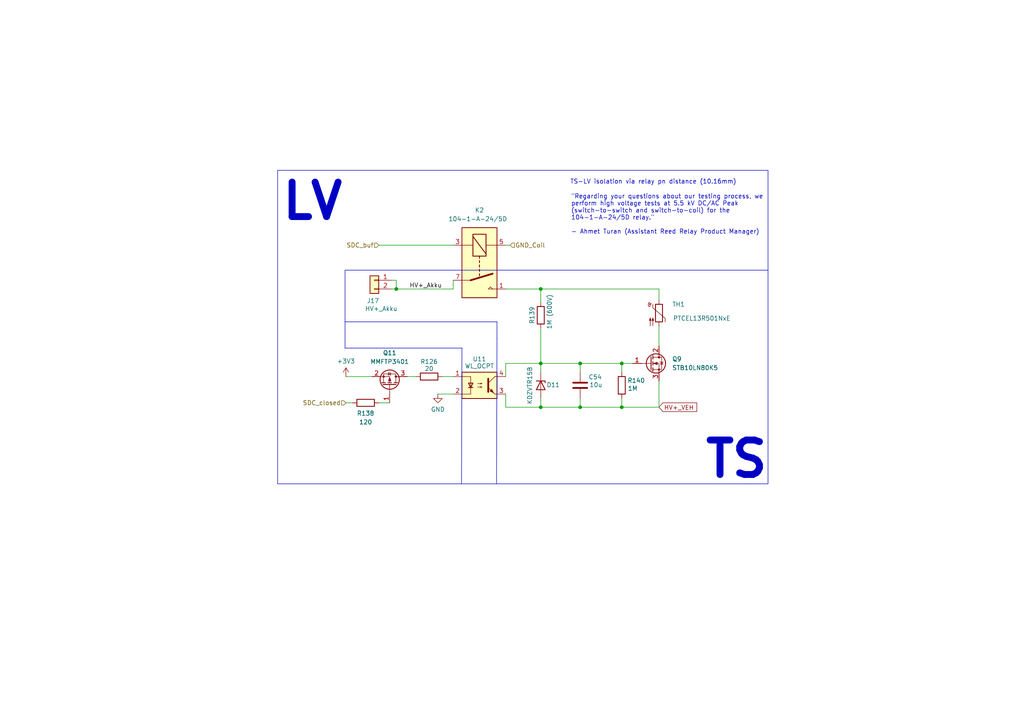
<source format=kicad_sch>
(kicad_sch
	(version 20231120)
	(generator "eeschema")
	(generator_version "8.0")
	(uuid "13e073e0-08f3-43ce-a5c5-b3a3660479c2")
	(paper "A4")
	(lib_symbols
		(symbol "Connector_Generic:Conn_01x02"
			(pin_names
				(offset 1.016) hide)
			(exclude_from_sim no)
			(in_bom yes)
			(on_board yes)
			(property "Reference" "J"
				(at 0 2.54 0)
				(effects
					(font
						(size 1.27 1.27)
					)
				)
			)
			(property "Value" "Conn_01x02"
				(at 0 -5.08 0)
				(effects
					(font
						(size 1.27 1.27)
					)
				)
			)
			(property "Footprint" ""
				(at 0 0 0)
				(effects
					(font
						(size 1.27 1.27)
					)
					(hide yes)
				)
			)
			(property "Datasheet" "~"
				(at 0 0 0)
				(effects
					(font
						(size 1.27 1.27)
					)
					(hide yes)
				)
			)
			(property "Description" "Generic connector, single row, 01x02, script generated (kicad-library-utils/schlib/autogen/connector/)"
				(at 0 0 0)
				(effects
					(font
						(size 1.27 1.27)
					)
					(hide yes)
				)
			)
			(property "ki_keywords" "connector"
				(at 0 0 0)
				(effects
					(font
						(size 1.27 1.27)
					)
					(hide yes)
				)
			)
			(property "ki_fp_filters" "Connector*:*_1x??_*"
				(at 0 0 0)
				(effects
					(font
						(size 1.27 1.27)
					)
					(hide yes)
				)
			)
			(symbol "Conn_01x02_1_1"
				(rectangle
					(start -1.27 -2.413)
					(end 0 -2.667)
					(stroke
						(width 0.1524)
						(type default)
					)
					(fill
						(type none)
					)
				)
				(rectangle
					(start -1.27 0.127)
					(end 0 -0.127)
					(stroke
						(width 0.1524)
						(type default)
					)
					(fill
						(type none)
					)
				)
				(rectangle
					(start -1.27 1.27)
					(end 1.27 -3.81)
					(stroke
						(width 0.254)
						(type default)
					)
					(fill
						(type background)
					)
				)
				(pin passive line
					(at -5.08 0 0)
					(length 3.81)
					(name "Pin_1"
						(effects
							(font
								(size 1.27 1.27)
							)
						)
					)
					(number "1"
						(effects
							(font
								(size 1.27 1.27)
							)
						)
					)
				)
				(pin passive line
					(at -5.08 -2.54 0)
					(length 3.81)
					(name "Pin_2"
						(effects
							(font
								(size 1.27 1.27)
							)
						)
					)
					(number "2"
						(effects
							(font
								(size 1.27 1.27)
							)
						)
					)
				)
			)
		)
		(symbol "Device:C"
			(pin_numbers hide)
			(pin_names
				(offset 0.254)
			)
			(exclude_from_sim no)
			(in_bom yes)
			(on_board yes)
			(property "Reference" "C"
				(at 0.635 2.54 0)
				(effects
					(font
						(size 1.27 1.27)
					)
					(justify left)
				)
			)
			(property "Value" "C"
				(at 0.635 -2.54 0)
				(effects
					(font
						(size 1.27 1.27)
					)
					(justify left)
				)
			)
			(property "Footprint" ""
				(at 0.9652 -3.81 0)
				(effects
					(font
						(size 1.27 1.27)
					)
					(hide yes)
				)
			)
			(property "Datasheet" "~"
				(at 0 0 0)
				(effects
					(font
						(size 1.27 1.27)
					)
					(hide yes)
				)
			)
			(property "Description" "Unpolarized capacitor"
				(at 0 0 0)
				(effects
					(font
						(size 1.27 1.27)
					)
					(hide yes)
				)
			)
			(property "ki_keywords" "cap capacitor"
				(at 0 0 0)
				(effects
					(font
						(size 1.27 1.27)
					)
					(hide yes)
				)
			)
			(property "ki_fp_filters" "C_*"
				(at 0 0 0)
				(effects
					(font
						(size 1.27 1.27)
					)
					(hide yes)
				)
			)
			(symbol "C_0_1"
				(polyline
					(pts
						(xy -2.032 -0.762) (xy 2.032 -0.762)
					)
					(stroke
						(width 0.508)
						(type default)
					)
					(fill
						(type none)
					)
				)
				(polyline
					(pts
						(xy -2.032 0.762) (xy 2.032 0.762)
					)
					(stroke
						(width 0.508)
						(type default)
					)
					(fill
						(type none)
					)
				)
			)
			(symbol "C_1_1"
				(pin passive line
					(at 0 3.81 270)
					(length 2.794)
					(name "~"
						(effects
							(font
								(size 1.27 1.27)
							)
						)
					)
					(number "1"
						(effects
							(font
								(size 1.27 1.27)
							)
						)
					)
				)
				(pin passive line
					(at 0 -3.81 90)
					(length 2.794)
					(name "~"
						(effects
							(font
								(size 1.27 1.27)
							)
						)
					)
					(number "2"
						(effects
							(font
								(size 1.27 1.27)
							)
						)
					)
				)
			)
		)
		(symbol "Device:D_Zener"
			(pin_numbers hide)
			(pin_names
				(offset 1.016) hide)
			(exclude_from_sim no)
			(in_bom yes)
			(on_board yes)
			(property "Reference" "D"
				(at 0 2.54 0)
				(effects
					(font
						(size 1.27 1.27)
					)
				)
			)
			(property "Value" "D_Zener"
				(at 0 -2.54 0)
				(effects
					(font
						(size 1.27 1.27)
					)
				)
			)
			(property "Footprint" ""
				(at 0 0 0)
				(effects
					(font
						(size 1.27 1.27)
					)
					(hide yes)
				)
			)
			(property "Datasheet" "~"
				(at 0 0 0)
				(effects
					(font
						(size 1.27 1.27)
					)
					(hide yes)
				)
			)
			(property "Description" "Zener diode"
				(at 0 0 0)
				(effects
					(font
						(size 1.27 1.27)
					)
					(hide yes)
				)
			)
			(property "ki_keywords" "diode"
				(at 0 0 0)
				(effects
					(font
						(size 1.27 1.27)
					)
					(hide yes)
				)
			)
			(property "ki_fp_filters" "TO-???* *_Diode_* *SingleDiode* D_*"
				(at 0 0 0)
				(effects
					(font
						(size 1.27 1.27)
					)
					(hide yes)
				)
			)
			(symbol "D_Zener_0_1"
				(polyline
					(pts
						(xy 1.27 0) (xy -1.27 0)
					)
					(stroke
						(width 0)
						(type default)
					)
					(fill
						(type none)
					)
				)
				(polyline
					(pts
						(xy -1.27 -1.27) (xy -1.27 1.27) (xy -0.762 1.27)
					)
					(stroke
						(width 0.254)
						(type default)
					)
					(fill
						(type none)
					)
				)
				(polyline
					(pts
						(xy 1.27 -1.27) (xy 1.27 1.27) (xy -1.27 0) (xy 1.27 -1.27)
					)
					(stroke
						(width 0.254)
						(type default)
					)
					(fill
						(type none)
					)
				)
			)
			(symbol "D_Zener_1_1"
				(pin passive line
					(at -3.81 0 0)
					(length 2.54)
					(name "K"
						(effects
							(font
								(size 1.27 1.27)
							)
						)
					)
					(number "1"
						(effects
							(font
								(size 1.27 1.27)
							)
						)
					)
				)
				(pin passive line
					(at 3.81 0 180)
					(length 2.54)
					(name "A"
						(effects
							(font
								(size 1.27 1.27)
							)
						)
					)
					(number "2"
						(effects
							(font
								(size 1.27 1.27)
							)
						)
					)
				)
			)
		)
		(symbol "Device:Q_PMOS_GSD"
			(pin_names
				(offset 0) hide)
			(exclude_from_sim no)
			(in_bom yes)
			(on_board yes)
			(property "Reference" "Q"
				(at 5.08 1.27 0)
				(effects
					(font
						(size 1.27 1.27)
					)
					(justify left)
				)
			)
			(property "Value" "Q_PMOS_GSD"
				(at 5.08 -1.27 0)
				(effects
					(font
						(size 1.27 1.27)
					)
					(justify left)
				)
			)
			(property "Footprint" ""
				(at 5.08 2.54 0)
				(effects
					(font
						(size 1.27 1.27)
					)
					(hide yes)
				)
			)
			(property "Datasheet" "~"
				(at 0 0 0)
				(effects
					(font
						(size 1.27 1.27)
					)
					(hide yes)
				)
			)
			(property "Description" "P-MOSFET transistor, gate/source/drain"
				(at 0 0 0)
				(effects
					(font
						(size 1.27 1.27)
					)
					(hide yes)
				)
			)
			(property "ki_keywords" "transistor PMOS P-MOS P-MOSFET"
				(at 0 0 0)
				(effects
					(font
						(size 1.27 1.27)
					)
					(hide yes)
				)
			)
			(symbol "Q_PMOS_GSD_0_1"
				(polyline
					(pts
						(xy 0.254 0) (xy -2.54 0)
					)
					(stroke
						(width 0)
						(type default)
					)
					(fill
						(type none)
					)
				)
				(polyline
					(pts
						(xy 0.254 1.905) (xy 0.254 -1.905)
					)
					(stroke
						(width 0.254)
						(type default)
					)
					(fill
						(type none)
					)
				)
				(polyline
					(pts
						(xy 0.762 -1.27) (xy 0.762 -2.286)
					)
					(stroke
						(width 0.254)
						(type default)
					)
					(fill
						(type none)
					)
				)
				(polyline
					(pts
						(xy 0.762 0.508) (xy 0.762 -0.508)
					)
					(stroke
						(width 0.254)
						(type default)
					)
					(fill
						(type none)
					)
				)
				(polyline
					(pts
						(xy 0.762 2.286) (xy 0.762 1.27)
					)
					(stroke
						(width 0.254)
						(type default)
					)
					(fill
						(type none)
					)
				)
				(polyline
					(pts
						(xy 2.54 2.54) (xy 2.54 1.778)
					)
					(stroke
						(width 0)
						(type default)
					)
					(fill
						(type none)
					)
				)
				(polyline
					(pts
						(xy 2.54 -2.54) (xy 2.54 0) (xy 0.762 0)
					)
					(stroke
						(width 0)
						(type default)
					)
					(fill
						(type none)
					)
				)
				(polyline
					(pts
						(xy 0.762 1.778) (xy 3.302 1.778) (xy 3.302 -1.778) (xy 0.762 -1.778)
					)
					(stroke
						(width 0)
						(type default)
					)
					(fill
						(type none)
					)
				)
				(polyline
					(pts
						(xy 2.286 0) (xy 1.27 0.381) (xy 1.27 -0.381) (xy 2.286 0)
					)
					(stroke
						(width 0)
						(type default)
					)
					(fill
						(type outline)
					)
				)
				(polyline
					(pts
						(xy 2.794 -0.508) (xy 2.921 -0.381) (xy 3.683 -0.381) (xy 3.81 -0.254)
					)
					(stroke
						(width 0)
						(type default)
					)
					(fill
						(type none)
					)
				)
				(polyline
					(pts
						(xy 3.302 -0.381) (xy 2.921 0.254) (xy 3.683 0.254) (xy 3.302 -0.381)
					)
					(stroke
						(width 0)
						(type default)
					)
					(fill
						(type none)
					)
				)
				(circle
					(center 1.651 0)
					(radius 2.794)
					(stroke
						(width 0.254)
						(type default)
					)
					(fill
						(type none)
					)
				)
				(circle
					(center 2.54 -1.778)
					(radius 0.254)
					(stroke
						(width 0)
						(type default)
					)
					(fill
						(type outline)
					)
				)
				(circle
					(center 2.54 1.778)
					(radius 0.254)
					(stroke
						(width 0)
						(type default)
					)
					(fill
						(type outline)
					)
				)
			)
			(symbol "Q_PMOS_GSD_1_1"
				(pin input line
					(at -5.08 0 0)
					(length 2.54)
					(name "G"
						(effects
							(font
								(size 1.27 1.27)
							)
						)
					)
					(number "1"
						(effects
							(font
								(size 1.27 1.27)
							)
						)
					)
				)
				(pin passive line
					(at 2.54 -5.08 90)
					(length 2.54)
					(name "S"
						(effects
							(font
								(size 1.27 1.27)
							)
						)
					)
					(number "2"
						(effects
							(font
								(size 1.27 1.27)
							)
						)
					)
				)
				(pin passive line
					(at 2.54 5.08 270)
					(length 2.54)
					(name "D"
						(effects
							(font
								(size 1.27 1.27)
							)
						)
					)
					(number "3"
						(effects
							(font
								(size 1.27 1.27)
							)
						)
					)
				)
			)
		)
		(symbol "Device:R"
			(pin_numbers hide)
			(pin_names
				(offset 0)
			)
			(exclude_from_sim no)
			(in_bom yes)
			(on_board yes)
			(property "Reference" "R"
				(at 2.032 0 90)
				(effects
					(font
						(size 1.27 1.27)
					)
				)
			)
			(property "Value" "R"
				(at 0 0 90)
				(effects
					(font
						(size 1.27 1.27)
					)
				)
			)
			(property "Footprint" ""
				(at -1.778 0 90)
				(effects
					(font
						(size 1.27 1.27)
					)
					(hide yes)
				)
			)
			(property "Datasheet" "~"
				(at 0 0 0)
				(effects
					(font
						(size 1.27 1.27)
					)
					(hide yes)
				)
			)
			(property "Description" "Resistor"
				(at 0 0 0)
				(effects
					(font
						(size 1.27 1.27)
					)
					(hide yes)
				)
			)
			(property "ki_keywords" "R res resistor"
				(at 0 0 0)
				(effects
					(font
						(size 1.27 1.27)
					)
					(hide yes)
				)
			)
			(property "ki_fp_filters" "R_*"
				(at 0 0 0)
				(effects
					(font
						(size 1.27 1.27)
					)
					(hide yes)
				)
			)
			(symbol "R_0_1"
				(rectangle
					(start -1.016 -2.54)
					(end 1.016 2.54)
					(stroke
						(width 0.254)
						(type default)
					)
					(fill
						(type none)
					)
				)
			)
			(symbol "R_1_1"
				(pin passive line
					(at 0 3.81 270)
					(length 1.27)
					(name "~"
						(effects
							(font
								(size 1.27 1.27)
							)
						)
					)
					(number "1"
						(effects
							(font
								(size 1.27 1.27)
							)
						)
					)
				)
				(pin passive line
					(at 0 -3.81 90)
					(length 1.27)
					(name "~"
						(effects
							(font
								(size 1.27 1.27)
							)
						)
					)
					(number "2"
						(effects
							(font
								(size 1.27 1.27)
							)
						)
					)
				)
			)
		)
		(symbol "Device:Thermistor_PTC"
			(pin_numbers hide)
			(pin_names
				(offset 0)
			)
			(exclude_from_sim no)
			(in_bom yes)
			(on_board yes)
			(property "Reference" "TH"
				(at -4.064 0 90)
				(effects
					(font
						(size 1.27 1.27)
					)
				)
			)
			(property "Value" "Thermistor_PTC"
				(at 3.048 0 90)
				(effects
					(font
						(size 1.27 1.27)
					)
				)
			)
			(property "Footprint" ""
				(at 1.27 -5.08 0)
				(effects
					(font
						(size 1.27 1.27)
					)
					(justify left)
					(hide yes)
				)
			)
			(property "Datasheet" "~"
				(at 0 0 0)
				(effects
					(font
						(size 1.27 1.27)
					)
					(hide yes)
				)
			)
			(property "Description" "Temperature dependent resistor, positive temperature coefficient"
				(at 0 0 0)
				(effects
					(font
						(size 1.27 1.27)
					)
					(hide yes)
				)
			)
			(property "ki_keywords" "resistor PTC thermistor sensor RTD"
				(at 0 0 0)
				(effects
					(font
						(size 1.27 1.27)
					)
					(hide yes)
				)
			)
			(property "ki_fp_filters" "*PTC* *Thermistor* PIN?ARRAY* bornier* *Terminal?Block* R_*"
				(at 0 0 0)
				(effects
					(font
						(size 1.27 1.27)
					)
					(hide yes)
				)
			)
			(symbol "Thermistor_PTC_0_1"
				(arc
					(start -3.048 2.159)
					(mid -3.0495 2.3143)
					(end -3.175 2.413)
					(stroke
						(width 0)
						(type default)
					)
					(fill
						(type none)
					)
				)
				(arc
					(start -3.048 2.159)
					(mid -2.9736 1.9794)
					(end -2.794 1.905)
					(stroke
						(width 0)
						(type default)
					)
					(fill
						(type none)
					)
				)
				(arc
					(start -3.048 2.794)
					(mid -2.9736 2.6144)
					(end -2.794 2.54)
					(stroke
						(width 0)
						(type default)
					)
					(fill
						(type none)
					)
				)
				(arc
					(start -2.794 1.905)
					(mid -2.6144 1.9794)
					(end -2.54 2.159)
					(stroke
						(width 0)
						(type default)
					)
					(fill
						(type none)
					)
				)
				(arc
					(start -2.794 2.54)
					(mid -2.4393 2.5587)
					(end -2.159 2.794)
					(stroke
						(width 0)
						(type default)
					)
					(fill
						(type none)
					)
				)
				(arc
					(start -2.794 3.048)
					(mid -2.9736 2.9736)
					(end -3.048 2.794)
					(stroke
						(width 0)
						(type default)
					)
					(fill
						(type none)
					)
				)
				(arc
					(start -2.54 2.794)
					(mid -2.6144 2.9736)
					(end -2.794 3.048)
					(stroke
						(width 0)
						(type default)
					)
					(fill
						(type none)
					)
				)
				(rectangle
					(start -1.016 2.54)
					(end 1.016 -2.54)
					(stroke
						(width 0.254)
						(type default)
					)
					(fill
						(type none)
					)
				)
				(polyline
					(pts
						(xy -2.54 2.159) (xy -2.54 2.794)
					)
					(stroke
						(width 0)
						(type default)
					)
					(fill
						(type none)
					)
				)
				(polyline
					(pts
						(xy -1.778 2.54) (xy -1.778 1.524) (xy 1.778 -1.524) (xy 1.778 -2.54)
					)
					(stroke
						(width 0)
						(type default)
					)
					(fill
						(type none)
					)
				)
				(polyline
					(pts
						(xy -2.54 -3.683) (xy -2.54 -1.397) (xy -2.794 -2.159) (xy -2.286 -2.159) (xy -2.54 -1.397) (xy -2.54 -1.651)
					)
					(stroke
						(width 0)
						(type default)
					)
					(fill
						(type outline)
					)
				)
				(polyline
					(pts
						(xy -1.778 -3.683) (xy -1.778 -1.397) (xy -2.032 -2.159) (xy -1.524 -2.159) (xy -1.778 -1.397)
						(xy -1.778 -1.651)
					)
					(stroke
						(width 0)
						(type default)
					)
					(fill
						(type outline)
					)
				)
			)
			(symbol "Thermistor_PTC_1_1"
				(pin passive line
					(at 0 3.81 270)
					(length 1.27)
					(name "~"
						(effects
							(font
								(size 1.27 1.27)
							)
						)
					)
					(number "1"
						(effects
							(font
								(size 1.27 1.27)
							)
						)
					)
				)
				(pin passive line
					(at 0 -3.81 90)
					(length 1.27)
					(name "~"
						(effects
							(font
								(size 1.27 1.27)
							)
						)
					)
					(number "2"
						(effects
							(font
								(size 1.27 1.27)
							)
						)
					)
				)
			)
		)
		(symbol "Isolator:FODM217A"
			(exclude_from_sim no)
			(in_bom yes)
			(on_board yes)
			(property "Reference" "U4"
				(at 1.27 7.62 0)
				(effects
					(font
						(size 1.27 1.27)
					)
				)
			)
			(property "Value" "WL_OCDA"
				(at 1.27 5.588 0)
				(effects
					(font
						(size 1.27 1.27)
					)
				)
			)
			(property "Footprint" "Package_SO:SOP-4_4.4x2.6mm_P1.27mm"
				(at 0 -5.08 0)
				(effects
					(font
						(size 1.27 1.27)
						(italic yes)
					)
					(hide yes)
				)
			)
			(property "Datasheet" ""
				(at 0 0 0)
				(effects
					(font
						(size 1.27 1.27)
					)
					(justify left)
					(hide yes)
				)
			)
			(property "Description" "141352145000"
				(at 0 0 0)
				(effects
					(font
						(size 1.27 1.27)
					)
					(hide yes)
				)
			)
			(property "ki_keywords" "DC Phototransistor Optocoupler"
				(at 0 0 0)
				(effects
					(font
						(size 1.27 1.27)
					)
					(hide yes)
				)
			)
			(property "ki_fp_filters" "SOP*4.4x2.6mm*P1.27mm*"
				(at 0 0 0)
				(effects
					(font
						(size 1.27 1.27)
					)
					(hide yes)
				)
			)
			(symbol "FODM217A_0_1"
				(rectangle
					(start -5.08 3.81)
					(end 5.08 -3.81)
					(stroke
						(width 0.254)
						(type default)
					)
					(fill
						(type background)
					)
				)
				(polyline
					(pts
						(xy -3.175 -0.635) (xy -1.905 -0.635)
					)
					(stroke
						(width 0.254)
						(type default)
					)
					(fill
						(type none)
					)
				)
				(polyline
					(pts
						(xy 2.54 0.635) (xy 4.445 2.54)
					)
					(stroke
						(width 0)
						(type default)
					)
					(fill
						(type none)
					)
				)
				(polyline
					(pts
						(xy 4.445 -2.54) (xy 2.54 -0.635)
					)
					(stroke
						(width 0)
						(type default)
					)
					(fill
						(type outline)
					)
				)
				(polyline
					(pts
						(xy 4.445 -2.54) (xy 5.08 -2.54)
					)
					(stroke
						(width 0)
						(type default)
					)
					(fill
						(type none)
					)
				)
				(polyline
					(pts
						(xy 4.445 2.54) (xy 5.08 2.54)
					)
					(stroke
						(width 0)
						(type default)
					)
					(fill
						(type none)
					)
				)
				(polyline
					(pts
						(xy -5.08 2.54) (xy -2.54 2.54) (xy -2.54 -0.635)
					)
					(stroke
						(width 0)
						(type default)
					)
					(fill
						(type none)
					)
				)
				(polyline
					(pts
						(xy -2.54 -0.635) (xy -2.54 -2.54) (xy -5.08 -2.54)
					)
					(stroke
						(width 0)
						(type default)
					)
					(fill
						(type none)
					)
				)
				(polyline
					(pts
						(xy 2.54 1.905) (xy 2.54 -1.905) (xy 2.54 -1.905)
					)
					(stroke
						(width 0.508)
						(type default)
					)
					(fill
						(type none)
					)
				)
				(polyline
					(pts
						(xy -2.54 -0.635) (xy -3.175 0.635) (xy -1.905 0.635) (xy -2.54 -0.635)
					)
					(stroke
						(width 0.254)
						(type default)
					)
					(fill
						(type none)
					)
				)
				(polyline
					(pts
						(xy -0.508 -0.508) (xy 0.762 -0.508) (xy 0.381 -0.635) (xy 0.381 -0.381) (xy 0.762 -0.508)
					)
					(stroke
						(width 0)
						(type default)
					)
					(fill
						(type none)
					)
				)
				(polyline
					(pts
						(xy -0.508 0.508) (xy 0.762 0.508) (xy 0.381 0.381) (xy 0.381 0.635) (xy 0.762 0.508)
					)
					(stroke
						(width 0)
						(type default)
					)
					(fill
						(type none)
					)
				)
				(polyline
					(pts
						(xy 3.048 -1.651) (xy 3.556 -1.143) (xy 4.064 -2.159) (xy 3.048 -1.651) (xy 3.048 -1.651)
					)
					(stroke
						(width 0)
						(type default)
					)
					(fill
						(type outline)
					)
				)
			)
			(symbol "FODM217A_1_1"
				(pin passive line
					(at -7.62 2.54 0)
					(length 2.54)
					(name "~"
						(effects
							(font
								(size 1.27 1.27)
							)
						)
					)
					(number "1"
						(effects
							(font
								(size 1.27 1.27)
							)
						)
					)
				)
				(pin passive line
					(at -7.62 -2.54 0)
					(length 2.54)
					(name "~"
						(effects
							(font
								(size 1.27 1.27)
							)
						)
					)
					(number "2"
						(effects
							(font
								(size 1.27 1.27)
							)
						)
					)
				)
				(pin passive line
					(at 7.62 -2.54 180)
					(length 2.54)
					(name "~"
						(effects
							(font
								(size 1.27 1.27)
							)
						)
					)
					(number "3"
						(effects
							(font
								(size 1.27 1.27)
							)
						)
					)
				)
				(pin passive line
					(at 7.62 2.54 180)
					(length 2.54)
					(name "~"
						(effects
							(font
								(size 1.27 1.27)
							)
						)
					)
					(number "4"
						(effects
							(font
								(size 1.27 1.27)
							)
						)
					)
				)
			)
		)
		(symbol "Relay:Relay_SPST-NO"
			(exclude_from_sim no)
			(in_bom yes)
			(on_board yes)
			(property "Reference" "K2"
				(at -15.24 0 90)
				(effects
					(font
						(size 1.27 1.27)
					)
				)
			)
			(property "Value" "104-2-A-24/1D "
				(at -12.7 0 90)
				(effects
					(font
						(size 1.27 1.27)
					)
				)
			)
			(property "Footprint" "104-2-A-24_1D:1042A122D"
				(at 11.43 -1.27 0)
				(effects
					(font
						(size 1.27 1.27)
					)
					(justify left)
					(hide yes)
				)
			)
			(property "Datasheet" "https://www.pickeringrelay.com/pdfs/104-high-voltage-sil-reed-relays.pdf"
				(at 0 0 0)
				(effects
					(font
						(size 1.27 1.27)
					)
					(hide yes)
				)
			)
			(property "Description" "Relay SPST, Normally Open, EN50005"
				(at 0 0 0)
				(effects
					(font
						(size 1.27 1.27)
					)
					(hide yes)
				)
			)
			(property "ki_keywords" "Single Pole Relay SPST NO"
				(at 0 0 0)
				(effects
					(font
						(size 1.27 1.27)
					)
					(hide yes)
				)
			)
			(property "ki_fp_filters" "Relay?SPST*"
				(at 0 0 0)
				(effects
					(font
						(size 1.27 1.27)
					)
					(hide yes)
				)
			)
			(symbol "Relay_SPST-NO_0_0"
				(polyline
					(pts
						(xy 7.62 5.08) (xy 7.62 2.54) (xy 6.985 3.175) (xy 7.62 3.81)
					)
					(stroke
						(width 0)
						(type default)
					)
					(fill
						(type none)
					)
				)
			)
			(symbol "Relay_SPST-NO_0_1"
				(rectangle
					(start -10.16 5.08)
					(end 10.16 -5.08)
					(stroke
						(width 0.254)
						(type default)
					)
					(fill
						(type background)
					)
				)
				(rectangle
					(start -8.255 1.905)
					(end -1.905 -1.905)
					(stroke
						(width 0.254)
						(type default)
					)
					(fill
						(type none)
					)
				)
				(polyline
					(pts
						(xy -7.62 -1.905) (xy -2.54 1.905)
					)
					(stroke
						(width 0.254)
						(type default)
					)
					(fill
						(type none)
					)
				)
				(polyline
					(pts
						(xy -5.08 -5.08) (xy -5.08 -1.905)
					)
					(stroke
						(width 0)
						(type default)
					)
					(fill
						(type none)
					)
				)
				(polyline
					(pts
						(xy -5.08 5.08) (xy -5.08 1.905)
					)
					(stroke
						(width 0)
						(type default)
					)
					(fill
						(type none)
					)
				)
				(polyline
					(pts
						(xy -1.905 0) (xy -1.27 0)
					)
					(stroke
						(width 0.254)
						(type default)
					)
					(fill
						(type none)
					)
				)
				(polyline
					(pts
						(xy -0.635 0) (xy 0 0)
					)
					(stroke
						(width 0.254)
						(type default)
					)
					(fill
						(type none)
					)
				)
				(polyline
					(pts
						(xy 0.635 0) (xy 1.27 0)
					)
					(stroke
						(width 0.254)
						(type default)
					)
					(fill
						(type none)
					)
				)
				(polyline
					(pts
						(xy 1.905 0) (xy 2.54 0)
					)
					(stroke
						(width 0.254)
						(type default)
					)
					(fill
						(type none)
					)
				)
				(polyline
					(pts
						(xy 3.175 0) (xy 3.81 0)
					)
					(stroke
						(width 0.254)
						(type default)
					)
					(fill
						(type none)
					)
				)
				(polyline
					(pts
						(xy 5.08 -2.54) (xy 3.175 3.81)
					)
					(stroke
						(width 0.508)
						(type default)
					)
					(fill
						(type none)
					)
				)
				(polyline
					(pts
						(xy 5.08 -2.54) (xy 5.08 -5.08)
					)
					(stroke
						(width 0)
						(type default)
					)
					(fill
						(type none)
					)
				)
			)
			(symbol "Relay_SPST-NO_1_1"
				(pin passive line
					(at 7.62 7.62 270)
					(length 2.54)
					(name "~"
						(effects
							(font
								(size 1.27 1.27)
							)
						)
					)
					(number "1"
						(effects
							(font
								(size 1.27 1.27)
							)
						)
					)
				)
				(pin passive line
					(at -5.08 -7.62 90)
					(length 2.54)
					(name "~"
						(effects
							(font
								(size 1.27 1.27)
							)
						)
					)
					(number "3"
						(effects
							(font
								(size 1.27 1.27)
							)
						)
					)
				)
				(pin passive line
					(at -5.08 7.62 270)
					(length 2.54)
					(name "~"
						(effects
							(font
								(size 1.27 1.27)
							)
						)
					)
					(number "5"
						(effects
							(font
								(size 1.27 1.27)
							)
						)
					)
				)
				(pin passive line
					(at 5.08 -7.62 90)
					(length 2.54)
					(name "~"
						(effects
							(font
								(size 1.27 1.27)
							)
						)
					)
					(number "7"
						(effects
							(font
								(size 1.27 1.27)
							)
						)
					)
				)
			)
		)
		(symbol "Transistor_FET:STB15N80K5"
			(pin_names hide)
			(exclude_from_sim no)
			(in_bom yes)
			(on_board yes)
			(property "Reference" "Q"
				(at 5.08 1.905 0)
				(effects
					(font
						(size 1.27 1.27)
					)
					(justify left)
				)
			)
			(property "Value" "STB15N80K5"
				(at 5.08 0 0)
				(effects
					(font
						(size 1.27 1.27)
					)
					(justify left)
				)
			)
			(property "Footprint" "Package_TO_SOT_SMD:TO-263-2"
				(at 5.08 -1.905 0)
				(effects
					(font
						(size 1.27 1.27)
						(italic yes)
					)
					(justify left)
					(hide yes)
				)
			)
			(property "Datasheet" "https://www.st.com/resource/en/datasheet/stb15n80k5.pdf"
				(at 5.08 -3.81 0)
				(effects
					(font
						(size 1.27 1.27)
					)
					(justify left)
					(hide yes)
				)
			)
			(property "Description" "14A Id, 800V Vds, N-Channel MOSFET, 375mOhm Ron, D2PAK"
				(at 0 0 0)
				(effects
					(font
						(size 1.27 1.27)
					)
					(hide yes)
				)
			)
			(property "ki_keywords" "N-Channel MOSFET"
				(at 0 0 0)
				(effects
					(font
						(size 1.27 1.27)
					)
					(hide yes)
				)
			)
			(property "ki_fp_filters" "TO?263*"
				(at 0 0 0)
				(effects
					(font
						(size 1.27 1.27)
					)
					(hide yes)
				)
			)
			(symbol "STB15N80K5_0_1"
				(polyline
					(pts
						(xy 0.254 0) (xy -2.54 0)
					)
					(stroke
						(width 0)
						(type default)
					)
					(fill
						(type none)
					)
				)
				(polyline
					(pts
						(xy 0.254 1.905) (xy 0.254 -1.905)
					)
					(stroke
						(width 0.254)
						(type default)
					)
					(fill
						(type none)
					)
				)
				(polyline
					(pts
						(xy 0.762 -1.27) (xy 0.762 -2.286)
					)
					(stroke
						(width 0.254)
						(type default)
					)
					(fill
						(type none)
					)
				)
				(polyline
					(pts
						(xy 0.762 0.508) (xy 0.762 -0.508)
					)
					(stroke
						(width 0.254)
						(type default)
					)
					(fill
						(type none)
					)
				)
				(polyline
					(pts
						(xy 0.762 2.286) (xy 0.762 1.27)
					)
					(stroke
						(width 0.254)
						(type default)
					)
					(fill
						(type none)
					)
				)
				(polyline
					(pts
						(xy 2.54 2.54) (xy 2.54 1.778)
					)
					(stroke
						(width 0)
						(type default)
					)
					(fill
						(type none)
					)
				)
				(polyline
					(pts
						(xy 2.54 -2.54) (xy 2.54 0) (xy 0.762 0)
					)
					(stroke
						(width 0)
						(type default)
					)
					(fill
						(type none)
					)
				)
				(polyline
					(pts
						(xy 0.762 -1.778) (xy 3.302 -1.778) (xy 3.302 1.778) (xy 0.762 1.778)
					)
					(stroke
						(width 0)
						(type default)
					)
					(fill
						(type none)
					)
				)
				(polyline
					(pts
						(xy 1.016 0) (xy 2.032 0.381) (xy 2.032 -0.381) (xy 1.016 0)
					)
					(stroke
						(width 0)
						(type default)
					)
					(fill
						(type outline)
					)
				)
				(polyline
					(pts
						(xy 2.794 0.508) (xy 2.921 0.381) (xy 3.683 0.381) (xy 3.81 0.254)
					)
					(stroke
						(width 0)
						(type default)
					)
					(fill
						(type none)
					)
				)
				(polyline
					(pts
						(xy 3.302 0.381) (xy 2.921 -0.254) (xy 3.683 -0.254) (xy 3.302 0.381)
					)
					(stroke
						(width 0)
						(type default)
					)
					(fill
						(type none)
					)
				)
				(circle
					(center 1.651 0)
					(radius 2.794)
					(stroke
						(width 0.254)
						(type default)
					)
					(fill
						(type none)
					)
				)
				(circle
					(center 2.54 -1.778)
					(radius 0.254)
					(stroke
						(width 0)
						(type default)
					)
					(fill
						(type outline)
					)
				)
				(circle
					(center 2.54 1.778)
					(radius 0.254)
					(stroke
						(width 0)
						(type default)
					)
					(fill
						(type outline)
					)
				)
			)
			(symbol "STB15N80K5_1_1"
				(pin passive line
					(at -5.08 0 0)
					(length 2.54)
					(name "G"
						(effects
							(font
								(size 1.27 1.27)
							)
						)
					)
					(number "1"
						(effects
							(font
								(size 1.27 1.27)
							)
						)
					)
				)
				(pin passive line
					(at 2.54 5.08 270)
					(length 2.54)
					(name "D"
						(effects
							(font
								(size 1.27 1.27)
							)
						)
					)
					(number "2"
						(effects
							(font
								(size 1.27 1.27)
							)
						)
					)
				)
				(pin passive line
					(at 2.54 -5.08 90)
					(length 2.54)
					(name "S"
						(effects
							(font
								(size 1.27 1.27)
							)
						)
					)
					(number "3"
						(effects
							(font
								(size 1.27 1.27)
							)
						)
					)
				)
			)
		)
		(symbol "power:+3V3"
			(power)
			(pin_numbers hide)
			(pin_names
				(offset 0) hide)
			(exclude_from_sim no)
			(in_bom yes)
			(on_board yes)
			(property "Reference" "#PWR"
				(at 0 -3.81 0)
				(effects
					(font
						(size 1.27 1.27)
					)
					(hide yes)
				)
			)
			(property "Value" "+3V3"
				(at 0 3.556 0)
				(effects
					(font
						(size 1.27 1.27)
					)
				)
			)
			(property "Footprint" ""
				(at 0 0 0)
				(effects
					(font
						(size 1.27 1.27)
					)
					(hide yes)
				)
			)
			(property "Datasheet" ""
				(at 0 0 0)
				(effects
					(font
						(size 1.27 1.27)
					)
					(hide yes)
				)
			)
			(property "Description" "Power symbol creates a global label with name \"+3V3\""
				(at 0 0 0)
				(effects
					(font
						(size 1.27 1.27)
					)
					(hide yes)
				)
			)
			(property "ki_keywords" "global power"
				(at 0 0 0)
				(effects
					(font
						(size 1.27 1.27)
					)
					(hide yes)
				)
			)
			(symbol "+3V3_0_1"
				(polyline
					(pts
						(xy -0.762 1.27) (xy 0 2.54)
					)
					(stroke
						(width 0)
						(type default)
					)
					(fill
						(type none)
					)
				)
				(polyline
					(pts
						(xy 0 0) (xy 0 2.54)
					)
					(stroke
						(width 0)
						(type default)
					)
					(fill
						(type none)
					)
				)
				(polyline
					(pts
						(xy 0 2.54) (xy 0.762 1.27)
					)
					(stroke
						(width 0)
						(type default)
					)
					(fill
						(type none)
					)
				)
			)
			(symbol "+3V3_1_1"
				(pin power_in line
					(at 0 0 90)
					(length 0)
					(name "~"
						(effects
							(font
								(size 1.27 1.27)
							)
						)
					)
					(number "1"
						(effects
							(font
								(size 1.27 1.27)
							)
						)
					)
				)
			)
		)
		(symbol "power:GND"
			(power)
			(pin_numbers hide)
			(pin_names
				(offset 0) hide)
			(exclude_from_sim no)
			(in_bom yes)
			(on_board yes)
			(property "Reference" "#PWR"
				(at 0 -6.35 0)
				(effects
					(font
						(size 1.27 1.27)
					)
					(hide yes)
				)
			)
			(property "Value" "GND"
				(at 0 -3.81 0)
				(effects
					(font
						(size 1.27 1.27)
					)
				)
			)
			(property "Footprint" ""
				(at 0 0 0)
				(effects
					(font
						(size 1.27 1.27)
					)
					(hide yes)
				)
			)
			(property "Datasheet" ""
				(at 0 0 0)
				(effects
					(font
						(size 1.27 1.27)
					)
					(hide yes)
				)
			)
			(property "Description" "Power symbol creates a global label with name \"GND\" , ground"
				(at 0 0 0)
				(effects
					(font
						(size 1.27 1.27)
					)
					(hide yes)
				)
			)
			(property "ki_keywords" "global power"
				(at 0 0 0)
				(effects
					(font
						(size 1.27 1.27)
					)
					(hide yes)
				)
			)
			(symbol "GND_0_1"
				(polyline
					(pts
						(xy 0 0) (xy 0 -1.27) (xy 1.27 -1.27) (xy 0 -2.54) (xy -1.27 -1.27) (xy 0 -1.27)
					)
					(stroke
						(width 0)
						(type default)
					)
					(fill
						(type none)
					)
				)
			)
			(symbol "GND_1_1"
				(pin power_in line
					(at 0 0 270)
					(length 0)
					(name "~"
						(effects
							(font
								(size 1.27 1.27)
							)
						)
					)
					(number "1"
						(effects
							(font
								(size 1.27 1.27)
							)
						)
					)
				)
			)
		)
	)
	(junction
		(at 180.34 118.11)
		(diameter 0)
		(color 0 0 0 0)
		(uuid "3dbcd1f7-cab8-4b17-b9b1-292d82bbd200")
	)
	(junction
		(at 156.845 118.11)
		(diameter 0)
		(color 0 0 0 0)
		(uuid "46531e1a-bdd5-41a7-8f23-684e19d65934")
	)
	(junction
		(at 114.935 83.82)
		(diameter 0)
		(color 0 0 0 0)
		(uuid "69126a6c-e8f2-4642-8ec4-253f40d4767e")
	)
	(junction
		(at 156.845 105.41)
		(diameter 0)
		(color 0 0 0 0)
		(uuid "8a3ade5b-770f-4493-9fd9-a08b40e0beab")
	)
	(junction
		(at 168.275 105.41)
		(diameter 0)
		(color 0 0 0 0)
		(uuid "91744895-41af-4831-b47d-b4b860b19d65")
	)
	(junction
		(at 180.34 105.41)
		(diameter 0)
		(color 0 0 0 0)
		(uuid "9f696f8c-4a1b-4fa2-bcfb-3d8ab899a9dc")
	)
	(junction
		(at 156.845 83.82)
		(diameter 0)
		(color 0 0 0 0)
		(uuid "a5fcc108-7dc8-4be1-9b6d-f2f3c2c67209")
	)
	(junction
		(at 168.275 118.11)
		(diameter 0)
		(color 0 0 0 0)
		(uuid "aa11f6ca-e8c8-4758-99cd-70230615c32f")
	)
	(wire
		(pts
			(xy 191.135 94.615) (xy 191.135 100.33)
		)
		(stroke
			(width 0)
			(type default)
		)
		(uuid "0aee1144-2e02-44b4-96c5-8dffa94d6bd9")
	)
	(wire
		(pts
			(xy 114.935 83.82) (xy 131.445 83.82)
		)
		(stroke
			(width 0)
			(type default)
		)
		(uuid "0c0d2e09-8716-4761-9d55-4fa087676277")
	)
	(wire
		(pts
			(xy 168.275 118.11) (xy 180.34 118.11)
		)
		(stroke
			(width 0)
			(type default)
		)
		(uuid "11cd3966-2715-4663-8e83-e0f4ab2fbd53")
	)
	(wire
		(pts
			(xy 168.275 105.41) (xy 180.34 105.41)
		)
		(stroke
			(width 0)
			(type default)
		)
		(uuid "188a7d13-480a-4bf3-b53c-806c85da4d84")
	)
	(wire
		(pts
			(xy 114.935 81.28) (xy 114.935 83.82)
		)
		(stroke
			(width 0)
			(type default)
		)
		(uuid "23dc4324-5ceb-4b81-8666-ce60ce4e4852")
	)
	(wire
		(pts
			(xy 168.275 105.41) (xy 168.275 107.95)
		)
		(stroke
			(width 0)
			(type default)
		)
		(uuid "2df9f9ee-1255-4532-b37d-057fba8f308c")
	)
	(polyline
		(pts
			(xy 100.076 93.345) (xy 144.145 93.345)
		)
		(stroke
			(width 0)
			(type default)
		)
		(uuid "321acafe-3573-4299-8869-ed89606ad628")
	)
	(wire
		(pts
			(xy 180.34 105.41) (xy 180.34 107.95)
		)
		(stroke
			(width 0)
			(type default)
		)
		(uuid "38f200ac-dcb1-45e1-87fc-4de3de0c48fd")
	)
	(wire
		(pts
			(xy 156.845 83.82) (xy 191.135 83.82)
		)
		(stroke
			(width 0)
			(type default)
		)
		(uuid "3df13b28-3e20-47d9-88da-ef18b2b18b64")
	)
	(polyline
		(pts
			(xy 144.145 93.345) (xy 144.145 98.171)
		)
		(stroke
			(width 0)
			(type default)
		)
		(uuid "45402191-42fa-4634-b74c-9c15fccaffe9")
	)
	(wire
		(pts
			(xy 146.685 83.82) (xy 156.845 83.82)
		)
		(stroke
			(width 0)
			(type default)
		)
		(uuid "47883bfe-b59a-480c-b612-adbae2070ec5")
	)
	(polyline
		(pts
			(xy 133.985 100.965) (xy 133.858 140.335)
		)
		(stroke
			(width 0)
			(type default)
		)
		(uuid "4bbac1db-540d-4610-ac88-665ebd88af5f")
	)
	(polyline
		(pts
			(xy 100.076 78.359) (xy 222.758 78.359)
		)
		(stroke
			(width 0)
			(type default)
		)
		(uuid "5f95c404-bf5b-4662-870c-4347ee10ac5f")
	)
	(wire
		(pts
			(xy 156.845 105.41) (xy 168.275 105.41)
		)
		(stroke
			(width 0)
			(type default)
		)
		(uuid "649f3ea8-87c5-44ff-9fe8-2507ae918646")
	)
	(wire
		(pts
			(xy 156.845 118.11) (xy 168.275 118.11)
		)
		(stroke
			(width 0)
			(type default)
		)
		(uuid "65c93360-b3bd-4344-ad0b-21d4300033a3")
	)
	(wire
		(pts
			(xy 156.845 105.41) (xy 156.845 107.95)
		)
		(stroke
			(width 0)
			(type default)
		)
		(uuid "71e5a1f0-e80e-4206-bf9b-fb236ed56a8d")
	)
	(wire
		(pts
			(xy 180.34 118.11) (xy 191.135 118.11)
		)
		(stroke
			(width 0)
			(type default)
		)
		(uuid "77524435-973d-41c6-80fe-170bcdca451a")
	)
	(wire
		(pts
			(xy 168.275 115.57) (xy 168.275 118.11)
		)
		(stroke
			(width 0)
			(type default)
		)
		(uuid "7af2f117-1298-4209-8fb5-24eb66566906")
	)
	(polyline
		(pts
			(xy 100.076 93.345) (xy 100.076 78.359)
		)
		(stroke
			(width 0)
			(type default)
		)
		(uuid "7b95d099-c93c-4803-be45-48f63d7fd4f7")
	)
	(wire
		(pts
			(xy 118.11 109.22) (xy 120.65 109.22)
		)
		(stroke
			(width 0)
			(type default)
		)
		(uuid "7ff20e4a-1c1e-4c16-b851-d6faaebdefa9")
	)
	(wire
		(pts
			(xy 113.665 81.28) (xy 114.935 81.28)
		)
		(stroke
			(width 0)
			(type default)
		)
		(uuid "84c2178c-1ef5-4dfe-b9fe-d0f271bc60b8")
	)
	(wire
		(pts
			(xy 191.135 110.49) (xy 191.135 118.11)
		)
		(stroke
			(width 0)
			(type default)
		)
		(uuid "86f21e71-289f-439f-9a57-2d084789c941")
	)
	(wire
		(pts
			(xy 100.33 109.22) (xy 107.95 109.22)
		)
		(stroke
			(width 0)
			(type default)
		)
		(uuid "8903d419-78b9-405d-b61e-32f8e5bd5c8c")
	)
	(wire
		(pts
			(xy 180.34 105.41) (xy 183.515 105.41)
		)
		(stroke
			(width 0)
			(type default)
		)
		(uuid "8a2e8b0a-e03a-4203-81fd-f4823bb2ab24")
	)
	(wire
		(pts
			(xy 156.845 83.82) (xy 156.845 87.63)
		)
		(stroke
			(width 0)
			(type default)
		)
		(uuid "90284ef2-8994-4123-90ce-7b89ac9afda7")
	)
	(polyline
		(pts
			(xy 144.145 98.171) (xy 144.018 140.335)
		)
		(stroke
			(width 0)
			(type default)
		)
		(uuid "a185e4d3-af28-47c0-8286-f94c04d143e4")
	)
	(wire
		(pts
			(xy 156.845 95.25) (xy 156.845 105.41)
		)
		(stroke
			(width 0)
			(type default)
		)
		(uuid "a2e29407-97b6-4f9e-b236-94251b6d80de")
	)
	(polyline
		(pts
			(xy 133.985 100.965) (xy 100.076 100.965)
		)
		(stroke
			(width 0)
			(type default)
		)
		(uuid "aeb1fc20-a42d-4d33-ad16-92d90a0eaf18")
	)
	(polyline
		(pts
			(xy 100.076 100.965) (xy 100.076 93.345)
		)
		(stroke
			(width 0)
			(type default)
		)
		(uuid "af056529-da28-41b1-b44b-4f30cd6801c3")
	)
	(wire
		(pts
			(xy 146.685 109.22) (xy 146.685 105.41)
		)
		(stroke
			(width 0)
			(type default)
		)
		(uuid "af9f51eb-c598-4fb2-9f27-9cc5a2fdb70f")
	)
	(wire
		(pts
			(xy 156.845 115.57) (xy 156.845 118.11)
		)
		(stroke
			(width 0)
			(type default)
		)
		(uuid "b97328ff-6eec-4f96-ab9c-ed0ceff3e016")
	)
	(wire
		(pts
			(xy 156.845 105.41) (xy 146.685 105.41)
		)
		(stroke
			(width 0)
			(type default)
		)
		(uuid "b98372b8-4671-42b6-9529-8ffde6bcd393")
	)
	(wire
		(pts
			(xy 146.685 114.3) (xy 146.685 118.11)
		)
		(stroke
			(width 0)
			(type default)
		)
		(uuid "b9d5f677-7b0e-4809-8678-c43987839e39")
	)
	(wire
		(pts
			(xy 109.855 71.12) (xy 131.445 71.12)
		)
		(stroke
			(width 0)
			(type default)
		)
		(uuid "c3e50f85-f138-453b-815f-ea457a483eed")
	)
	(wire
		(pts
			(xy 180.34 115.57) (xy 180.34 118.11)
		)
		(stroke
			(width 0)
			(type default)
		)
		(uuid "c3f487d0-d47f-4eb1-bcf4-c0a9bcf0c327")
	)
	(wire
		(pts
			(xy 100.33 116.84) (xy 102.235 116.84)
		)
		(stroke
			(width 0)
			(type default)
		)
		(uuid "c9f2d5b5-73aa-4188-9972-9ea16cbb1c77")
	)
	(wire
		(pts
			(xy 146.685 118.11) (xy 156.845 118.11)
		)
		(stroke
			(width 0)
			(type default)
		)
		(uuid "caf0888e-7bf2-42b3-a2c4-fefc602f9c43")
	)
	(wire
		(pts
			(xy 131.445 81.28) (xy 131.445 83.82)
		)
		(stroke
			(width 0)
			(type default)
		)
		(uuid "d50720fa-b3fe-40f9-b348-cff8df1bfe05")
	)
	(wire
		(pts
			(xy 109.855 116.84) (xy 113.03 116.84)
		)
		(stroke
			(width 0)
			(type default)
		)
		(uuid "db808ece-3152-4fac-9933-65ae3ed71a23")
	)
	(wire
		(pts
			(xy 147.955 71.12) (xy 146.685 71.12)
		)
		(stroke
			(width 0)
			(type default)
		)
		(uuid "e2c8f334-2c5d-47a0-97ed-69546a1b7763")
	)
	(wire
		(pts
			(xy 128.27 109.22) (xy 131.445 109.22)
		)
		(stroke
			(width 0)
			(type default)
		)
		(uuid "e75cfa60-c666-4d1b-9876-7c5fa0089fe7")
	)
	(wire
		(pts
			(xy 113.665 83.82) (xy 114.935 83.82)
		)
		(stroke
			(width 0)
			(type default)
		)
		(uuid "e7d27540-8586-47dd-8183-bf85a1490827")
	)
	(wire
		(pts
			(xy 191.135 83.82) (xy 191.135 86.995)
		)
		(stroke
			(width 0)
			(type default)
		)
		(uuid "ea04d968-d543-43a7-9ef1-ba20341d6966")
	)
	(wire
		(pts
			(xy 127 114.3) (xy 131.445 114.3)
		)
		(stroke
			(width 0)
			(type default)
		)
		(uuid "fe035484-ce2c-4335-baed-2ff1400e82dc")
	)
	(rectangle
		(start 80.518 49.403)
		(end 222.758 140.335)
		(stroke
			(width 0)
			(type default)
		)
		(fill
			(type none)
		)
		(uuid ee2088ca-3247-4b07-8e05-80ea9bc53a28)
	)
	(text "LV"
		(exclude_from_sim no)
		(at 81.026 58.547 0)
		(effects
			(font
				(size 10 10)
				(thickness 2)
				(bold yes)
			)
			(justify left)
		)
		(uuid "4bf667c7-6d83-4e70-8138-986a1f12963f")
	)
	(text "TS-LV isolation via relay pn distance (10.16mm)"
		(exclude_from_sim no)
		(at 189.484 52.832 0)
		(effects
			(font
				(size 1.27 1.27)
			)
		)
		(uuid "c69b28a8-d82d-4948-82c3-90be39d78203")
	)
	(text "TS"
		(exclude_from_sim no)
		(at 203.708 133.35 0)
		(effects
			(font
				(size 10 10)
				(thickness 2)
				(bold yes)
			)
			(justify left)
		)
		(uuid "d0980a2d-0eca-4408-8d7c-96c1603edca8")
	)
	(text "\"Regarding your questions about our testing process, we \nperform high voltage tests at 5.5 kV DC/AC Peak \n(switch-to-switch and switch-to-coil) for the \n104-1-A-24/5D relay.\"\n\n- Ahmet Turan (Assistant Reed Relay Product Manager)"
		(exclude_from_sim no)
		(at 165.608 62.23 0)
		(effects
			(font
				(size 1.27 1.27)
			)
			(justify left)
		)
		(uuid "d9364e3a-baff-41e1-a2f8-eca54a1d6f77")
	)
	(label "HV+_Akku"
		(at 118.745 83.82 0)
		(fields_autoplaced yes)
		(effects
			(font
				(size 1.27 1.27)
			)
			(justify left bottom)
		)
		(uuid "8eff45bd-ed8a-4b71-87bf-5426072cd90e")
	)
	(global_label "HV+_VEH"
		(shape input)
		(at 191.135 118.11 0)
		(fields_autoplaced yes)
		(effects
			(font
				(size 1.27 1.27)
			)
			(justify left)
		)
		(uuid "35510853-0b3a-4a32-8528-251ce4823b96")
		(property "Intersheetrefs" "${INTERSHEET_REFS}"
			(at 202.6474 118.11 0)
			(effects
				(font
					(size 1.27 1.27)
				)
				(justify left)
				(hide yes)
			)
		)
	)
	(hierarchical_label "SDC_buf"
		(shape input)
		(at 109.855 71.12 180)
		(fields_autoplaced yes)
		(effects
			(font
				(size 1.27 1.27)
			)
			(justify right)
		)
		(uuid "615c10b1-91e8-45f5-a722-779e086314e4")
	)
	(hierarchical_label "GND_Coil"
		(shape input)
		(at 147.955 71.12 0)
		(fields_autoplaced yes)
		(effects
			(font
				(size 1.27 1.27)
			)
			(justify left)
		)
		(uuid "7bbfb9b0-be04-438e-ba04-7d021c2b29d7")
	)
	(hierarchical_label "SDC_closed"
		(shape input)
		(at 100.33 116.84 180)
		(fields_autoplaced yes)
		(effects
			(font
				(size 1.27 1.27)
			)
			(justify right)
		)
		(uuid "d6f150a8-b4dc-4826-a8f9-190a003c1962")
	)
	(symbol
		(lib_id "power:+3V3")
		(at 100.33 109.22 0)
		(unit 1)
		(exclude_from_sim no)
		(in_bom yes)
		(on_board yes)
		(dnp no)
		(uuid "1a100881-e694-4787-965b-11a50e768a4a")
		(property "Reference" "#PWR0138"
			(at 100.33 113.03 0)
			(effects
				(font
					(size 1.27 1.27)
				)
				(hide yes)
			)
		)
		(property "Value" "+3V3"
			(at 100.33 104.775 0)
			(effects
				(font
					(size 1.27 1.27)
				)
			)
		)
		(property "Footprint" ""
			(at 100.33 109.22 0)
			(effects
				(font
					(size 1.27 1.27)
				)
				(hide yes)
			)
		)
		(property "Datasheet" ""
			(at 100.33 109.22 0)
			(effects
				(font
					(size 1.27 1.27)
				)
				(hide yes)
			)
		)
		(property "Description" "Power symbol creates a global label with name \"+3V3\""
			(at 100.33 109.22 0)
			(effects
				(font
					(size 1.27 1.27)
				)
				(hide yes)
			)
		)
		(pin "1"
			(uuid "3bfc0e5f-5d38-4327-b115-084f96dc9846")
		)
		(instances
			(project "Master_FT25"
				(path "/e63e39d7-6ac0-4ffd-8aa3-1841a4541b55/95b8e8bb-175b-4c26-b28f-f18dafbb4793/80d98abd-13b3-4f38-b2ff-0816d428a6c7"
					(reference "#PWR0138")
					(unit 1)
				)
			)
		)
	)
	(symbol
		(lib_id "Device:R")
		(at 106.045 116.84 90)
		(unit 1)
		(exclude_from_sim no)
		(in_bom yes)
		(on_board yes)
		(dnp no)
		(uuid "1dd64b10-d0d3-4fbf-8498-0bc82a5ecdb0")
		(property "Reference" "R138"
			(at 106.045 119.888 90)
			(effects
				(font
					(size 1.27 1.27)
				)
			)
		)
		(property "Value" "120"
			(at 106.045 122.428 90)
			(effects
				(font
					(size 1.27 1.27)
				)
			)
		)
		(property "Footprint" "Resistor_SMD:R_0603_1608Metric"
			(at 106.045 118.618 90)
			(effects
				(font
					(size 1.27 1.27)
				)
				(hide yes)
			)
		)
		(property "Datasheet" "~"
			(at 106.045 116.84 0)
			(effects
				(font
					(size 1.27 1.27)
				)
				(hide yes)
			)
		)
		(property "Description" "Resistor"
			(at 106.045 116.84 0)
			(effects
				(font
					(size 1.27 1.27)
				)
				(hide yes)
			)
		)
		(property "Sim.Device" ""
			(at 106.045 116.84 0)
			(effects
				(font
					(size 1.27 1.27)
				)
				(hide yes)
			)
		)
		(property "Sim.Pins" ""
			(at 106.045 116.84 0)
			(effects
				(font
					(size 1.27 1.27)
				)
				(hide yes)
			)
		)
		(property "Sim.Type" ""
			(at 106.045 116.84 0)
			(effects
				(font
					(size 1.27 1.27)
				)
				(hide yes)
			)
		)
		(pin "1"
			(uuid "e72703cc-32c3-42bf-a7f6-f3b4cdf7cc01")
		)
		(pin "2"
			(uuid "0bdb3060-eb23-4c23-9b9a-9b15ff33bcb1")
		)
		(instances
			(project "Master_FT25"
				(path "/e63e39d7-6ac0-4ffd-8aa3-1841a4541b55/95b8e8bb-175b-4c26-b28f-f18dafbb4793/80d98abd-13b3-4f38-b2ff-0816d428a6c7"
					(reference "R138")
					(unit 1)
				)
			)
		)
	)
	(symbol
		(lib_id "Relay:Relay_SPST-NO")
		(at 139.065 76.2 270)
		(unit 1)
		(exclude_from_sim no)
		(in_bom yes)
		(on_board yes)
		(dnp no)
		(fields_autoplaced yes)
		(uuid "286c78ec-2a8d-49cc-b840-d88f11e1c835")
		(property "Reference" "K2"
			(at 139.065 60.96 90)
			(effects
				(font
					(size 1.27 1.27)
				)
			)
		)
		(property "Value" "104-1-A-24/5D "
			(at 139.065 63.5 90)
			(effects
				(font
					(size 1.27 1.27)
				)
			)
		)
		(property "Footprint" "104-2-A-24_1D:1042A122D"
			(at 137.795 87.63 0)
			(effects
				(font
					(size 1.27 1.27)
				)
				(justify left)
				(hide yes)
			)
		)
		(property "Datasheet" "https://www.pickeringrelay.com/pdfs/104-high-voltage-sil-reed-relays.pdf"
			(at 139.065 76.2 0)
			(effects
				(font
					(size 1.27 1.27)
				)
				(hide yes)
			)
		)
		(property "Description" "Relay SPST, Normally Open, EN50005"
			(at 139.065 76.2 0)
			(effects
				(font
					(size 1.27 1.27)
				)
				(hide yes)
			)
		)
		(property "Sim.Device" ""
			(at 139.065 76.2 0)
			(effects
				(font
					(size 1.27 1.27)
				)
				(hide yes)
			)
		)
		(property "Sim.Pins" ""
			(at 139.065 76.2 0)
			(effects
				(font
					(size 1.27 1.27)
				)
				(hide yes)
			)
		)
		(property "Sim.Type" ""
			(at 139.065 76.2 0)
			(effects
				(font
					(size 1.27 1.27)
				)
				(hide yes)
			)
		)
		(pin "3"
			(uuid "d3f67868-e9eb-4aab-91e1-8e53ebd75389")
		)
		(pin "7"
			(uuid "62348af8-1468-44bf-ab1e-06c59b86666d")
		)
		(pin "5"
			(uuid "2d37345e-c4a4-4831-ba03-59c2d37deb65")
		)
		(pin "1"
			(uuid "1bca3404-796b-4ceb-bdb3-49b129f4de14")
		)
		(instances
			(project "Master_FT25"
				(path "/e63e39d7-6ac0-4ffd-8aa3-1841a4541b55/95b8e8bb-175b-4c26-b28f-f18dafbb4793/80d98abd-13b3-4f38-b2ff-0816d428a6c7"
					(reference "K2")
					(unit 1)
				)
			)
		)
	)
	(symbol
		(lib_id "Device:C")
		(at 168.275 111.76 0)
		(unit 1)
		(exclude_from_sim no)
		(in_bom yes)
		(on_board yes)
		(dnp no)
		(uuid "49d92d2b-9ac2-4c9b-963d-3e61d9dfda10")
		(property "Reference" "C54"
			(at 170.688 109.347 0)
			(effects
				(font
					(size 1.27 1.27)
				)
				(justify left)
			)
		)
		(property "Value" "10u"
			(at 170.942 111.633 0)
			(effects
				(font
					(size 1.27 1.27)
				)
				(justify left)
			)
		)
		(property "Footprint" "Capacitor_SMD:C_1210_3225Metric"
			(at 169.2402 115.57 0)
			(effects
				(font
					(size 1.27 1.27)
				)
				(hide yes)
			)
		)
		(property "Datasheet" "https://www.we-online.com/components/products/datasheet/885012209014.pdf"
			(at 168.275 111.76 0)
			(effects
				(font
					(size 1.27 1.27)
				)
				(hide yes)
			)
		)
		(property "Description" "16V X7R"
			(at 168.275 111.76 0)
			(effects
				(font
					(size 1.27 1.27)
				)
				(hide yes)
			)
		)
		(property "Sim.Device" ""
			(at 168.275 111.76 0)
			(effects
				(font
					(size 1.27 1.27)
				)
				(hide yes)
			)
		)
		(property "Sim.Pins" ""
			(at 168.275 111.76 0)
			(effects
				(font
					(size 1.27 1.27)
				)
				(hide yes)
			)
		)
		(property "Sim.Type" ""
			(at 168.275 111.76 0)
			(effects
				(font
					(size 1.27 1.27)
				)
				(hide yes)
			)
		)
		(pin "2"
			(uuid "1fafdb1c-18d8-4f6d-aba6-6da8f4d40855")
		)
		(pin "1"
			(uuid "3a732d15-3b00-42c6-8cfb-1a98d2e169d2")
		)
		(instances
			(project "Master_FT25"
				(path "/e63e39d7-6ac0-4ffd-8aa3-1841a4541b55/95b8e8bb-175b-4c26-b28f-f18dafbb4793/80d98abd-13b3-4f38-b2ff-0816d428a6c7"
					(reference "C54")
					(unit 1)
				)
			)
		)
	)
	(symbol
		(lib_id "Device:R")
		(at 180.34 111.76 0)
		(unit 1)
		(exclude_from_sim no)
		(in_bom yes)
		(on_board yes)
		(dnp no)
		(uuid "6fe264d0-a640-4fbe-978f-d3e06187015a")
		(property "Reference" "R140"
			(at 184.531 110.363 0)
			(effects
				(font
					(size 1.27 1.27)
				)
			)
		)
		(property "Value" "1M"
			(at 183.515 112.649 0)
			(effects
				(font
					(size 1.27 1.27)
				)
			)
		)
		(property "Footprint" "Resistor_SMD:R_2010_5025Metric_Pad1.40x2.65mm_HandSolder"
			(at 178.562 111.76 90)
			(effects
				(font
					(size 1.27 1.27)
				)
				(hide yes)
			)
		)
		(property "Datasheet" "https://www.vishay.com/docs/20082/rcvat-e3.pdf"
			(at 180.34 111.76 0)
			(effects
				(font
					(size 1.27 1.27)
				)
				(hide yes)
			)
		)
		(property "Description" "Resistor"
			(at 180.34 111.76 0)
			(effects
				(font
					(size 1.27 1.27)
				)
				(hide yes)
			)
		)
		(property "Sim.Device" ""
			(at 180.34 111.76 0)
			(effects
				(font
					(size 1.27 1.27)
				)
				(hide yes)
			)
		)
		(property "Sim.Pins" ""
			(at 180.34 111.76 0)
			(effects
				(font
					(size 1.27 1.27)
				)
				(hide yes)
			)
		)
		(property "Sim.Type" ""
			(at 180.34 111.76 0)
			(effects
				(font
					(size 1.27 1.27)
				)
				(hide yes)
			)
		)
		(pin "2"
			(uuid "72c68d66-40c6-45a6-a1b5-bb58867e0eb3")
		)
		(pin "1"
			(uuid "781be770-af88-496b-949c-1d0ee152cc9c")
		)
		(instances
			(project "Master_FT25"
				(path "/e63e39d7-6ac0-4ffd-8aa3-1841a4541b55/95b8e8bb-175b-4c26-b28f-f18dafbb4793/80d98abd-13b3-4f38-b2ff-0816d428a6c7"
					(reference "R140")
					(unit 1)
				)
			)
		)
	)
	(symbol
		(lib_id "Isolator:FODM217A")
		(at 139.065 111.76 0)
		(unit 1)
		(exclude_from_sim no)
		(in_bom yes)
		(on_board yes)
		(dnp no)
		(uuid "7ba68aa2-e506-4eb0-825a-8a3dc0ba4747")
		(property "Reference" "U11"
			(at 139.065 104.14 0)
			(effects
				(font
					(size 1.27 1.27)
				)
			)
		)
		(property "Value" "WL_OCPT"
			(at 139.065 106.172 0)
			(effects
				(font
					(size 1.27 1.27)
				)
			)
		)
		(property "Footprint" "Package_SO:SOP-4_3.8x4.1mm_P2.54mm"
			(at 139.065 116.84 0)
			(effects
				(font
					(size 1.27 1.27)
					(italic yes)
				)
				(hide yes)
			)
		)
		(property "Datasheet" "https://www.we-online.com/components/products/datasheet/140356145200.pdf"
			(at 139.065 111.76 0)
			(effects
				(font
					(size 1.27 1.27)
				)
				(justify left)
				(hide yes)
			)
		)
		(property "Description" "140356145200"
			(at 139.065 111.76 0)
			(effects
				(font
					(size 1.27 1.27)
				)
				(hide yes)
			)
		)
		(property "Sim.Device" ""
			(at 139.065 111.76 0)
			(effects
				(font
					(size 1.27 1.27)
				)
				(hide yes)
			)
		)
		(property "Sim.Pins" ""
			(at 139.065 111.76 0)
			(effects
				(font
					(size 1.27 1.27)
				)
				(hide yes)
			)
		)
		(property "Sim.Type" ""
			(at 139.065 111.76 0)
			(effects
				(font
					(size 1.27 1.27)
				)
				(hide yes)
			)
		)
		(pin "3"
			(uuid "df61721e-59f8-4488-b2f7-68d2ca8377ad")
		)
		(pin "4"
			(uuid "d5ec2a5f-9ace-4b40-9255-b3b8ad545319")
		)
		(pin "1"
			(uuid "6d5e884e-6a0d-4fb9-8e2e-d804132093ca")
		)
		(pin "2"
			(uuid "872454b9-0429-4e9c-872d-e634edd5db3d")
		)
		(instances
			(project "Master_FT25"
				(path "/e63e39d7-6ac0-4ffd-8aa3-1841a4541b55/95b8e8bb-175b-4c26-b28f-f18dafbb4793/80d98abd-13b3-4f38-b2ff-0816d428a6c7"
					(reference "U11")
					(unit 1)
				)
			)
		)
	)
	(symbol
		(lib_id "power:GND")
		(at 127 114.3 0)
		(unit 1)
		(exclude_from_sim no)
		(in_bom yes)
		(on_board yes)
		(dnp no)
		(uuid "7d67b536-05c3-4220-9f06-dad7e712e17a")
		(property "Reference" "#PWR0139"
			(at 127 120.65 0)
			(effects
				(font
					(size 1.27 1.27)
				)
				(hide yes)
			)
		)
		(property "Value" "GND"
			(at 127 118.745 0)
			(effects
				(font
					(size 1.27 1.27)
				)
			)
		)
		(property "Footprint" ""
			(at 127 114.3 0)
			(effects
				(font
					(size 1.27 1.27)
				)
				(hide yes)
			)
		)
		(property "Datasheet" ""
			(at 127 114.3 0)
			(effects
				(font
					(size 1.27 1.27)
				)
				(hide yes)
			)
		)
		(property "Description" "Power symbol creates a global label with name \"GND\" , ground"
			(at 127 114.3 0)
			(effects
				(font
					(size 1.27 1.27)
				)
				(hide yes)
			)
		)
		(pin "1"
			(uuid "e8fa867d-9d67-4f0e-bb01-27d22060a568")
		)
		(instances
			(project "Master_FT25"
				(path "/e63e39d7-6ac0-4ffd-8aa3-1841a4541b55/95b8e8bb-175b-4c26-b28f-f18dafbb4793/80d98abd-13b3-4f38-b2ff-0816d428a6c7"
					(reference "#PWR0139")
					(unit 1)
				)
			)
		)
	)
	(symbol
		(lib_id "Transistor_FET:STB15N80K5")
		(at 188.595 105.41 0)
		(unit 1)
		(exclude_from_sim no)
		(in_bom yes)
		(on_board yes)
		(dnp no)
		(fields_autoplaced yes)
		(uuid "9dcc0f53-ad0f-44a7-88ed-d2dae0eb2bce")
		(property "Reference" "Q9"
			(at 194.945 104.1399 0)
			(effects
				(font
					(size 1.27 1.27)
				)
				(justify left)
			)
		)
		(property "Value" "STB10LN80K5"
			(at 194.945 106.6799 0)
			(effects
				(font
					(size 1.27 1.27)
				)
				(justify left)
			)
		)
		(property "Footprint" "Package_TO_SOT_SMD:TO-263-2"
			(at 193.675 107.315 0)
			(effects
				(font
					(size 1.27 1.27)
					(italic yes)
				)
				(justify left)
				(hide yes)
			)
		)
		(property "Datasheet" "https://www.st.com/resource/en/datasheet/stb10ln80k5.pdf"
			(at 193.675 109.22 0)
			(effects
				(font
					(size 1.27 1.27)
				)
				(justify left)
				(hide yes)
			)
		)
		(property "Description" ""
			(at 188.595 105.41 0)
			(effects
				(font
					(size 1.27 1.27)
				)
				(hide yes)
			)
		)
		(property "Sim.Device" ""
			(at 188.595 105.41 0)
			(effects
				(font
					(size 1.27 1.27)
				)
				(hide yes)
			)
		)
		(property "Sim.Pins" ""
			(at 188.595 105.41 0)
			(effects
				(font
					(size 1.27 1.27)
				)
				(hide yes)
			)
		)
		(property "Sim.Type" ""
			(at 188.595 105.41 0)
			(effects
				(font
					(size 1.27 1.27)
				)
				(hide yes)
			)
		)
		(pin "1"
			(uuid "ef1bf7ae-6dda-4dcf-96e3-2d076851d168")
		)
		(pin "3"
			(uuid "0c420265-cb38-4dd3-9432-152c77db3e96")
		)
		(pin "2"
			(uuid "c9490d0c-081c-4c4a-a1d2-57a124936f39")
		)
		(instances
			(project "Master_FT25"
				(path "/e63e39d7-6ac0-4ffd-8aa3-1841a4541b55/95b8e8bb-175b-4c26-b28f-f18dafbb4793/80d98abd-13b3-4f38-b2ff-0816d428a6c7"
					(reference "Q9")
					(unit 1)
				)
			)
		)
	)
	(symbol
		(lib_id "Device:R")
		(at 156.845 91.44 0)
		(unit 1)
		(exclude_from_sim no)
		(in_bom yes)
		(on_board yes)
		(dnp no)
		(uuid "9ef0e273-3a11-4b5f-a751-8e044dd4ab79")
		(property "Reference" "R139"
			(at 154.305 91.44 90)
			(effects
				(font
					(size 1.27 1.27)
				)
			)
		)
		(property "Value" "1M (600V)"
			(at 159.385 90.424 90)
			(effects
				(font
					(size 1.27 1.27)
				)
			)
		)
		(property "Footprint" "Resistor_SMD:R_2010_5025Metric"
			(at 155.067 91.44 90)
			(effects
				(font
					(size 1.27 1.27)
				)
				(hide yes)
			)
		)
		(property "Datasheet" "https://www.vishay.com/docs/20082/rcvat-e3.pdf"
			(at 156.845 91.44 0)
			(effects
				(font
					(size 1.27 1.27)
				)
				(hide yes)
			)
		)
		(property "Description" "Resistor"
			(at 156.845 91.44 0)
			(effects
				(font
					(size 1.27 1.27)
				)
				(hide yes)
			)
		)
		(property "Sim.Device" ""
			(at 156.845 91.44 0)
			(effects
				(font
					(size 1.27 1.27)
				)
				(hide yes)
			)
		)
		(property "Sim.Pins" ""
			(at 156.845 91.44 0)
			(effects
				(font
					(size 1.27 1.27)
				)
				(hide yes)
			)
		)
		(property "Sim.Type" ""
			(at 156.845 91.44 0)
			(effects
				(font
					(size 1.27 1.27)
				)
				(hide yes)
			)
		)
		(pin "2"
			(uuid "23ef0680-33fa-495f-878c-0259f275bfc9")
		)
		(pin "1"
			(uuid "6dbd1730-5e6a-4f61-b534-7be08eeb2a05")
		)
		(instances
			(project "Master_FT25"
				(path "/e63e39d7-6ac0-4ffd-8aa3-1841a4541b55/95b8e8bb-175b-4c26-b28f-f18dafbb4793/80d98abd-13b3-4f38-b2ff-0816d428a6c7"
					(reference "R139")
					(unit 1)
				)
			)
		)
	)
	(symbol
		(lib_id "Device:Thermistor_PTC")
		(at 191.135 90.805 0)
		(unit 1)
		(exclude_from_sim no)
		(in_bom yes)
		(on_board yes)
		(dnp no)
		(uuid "a58c0c8f-24d6-44f0-af7b-d18a6dc34fca")
		(property "Reference" "TH1"
			(at 194.945 88.265 0)
			(effects
				(font
					(size 1.27 1.27)
				)
				(justify left)
			)
		)
		(property "Value" "PTCEL13R501NxE"
			(at 195.199 92.329 0)
			(effects
				(font
					(size 1.27 1.27)
				)
				(justify left)
			)
		)
		(property "Footprint" "Connector_PinHeader_2.54mm:PinHeader_1x02_P2.54mm_Vertical"
			(at 192.405 95.885 0)
			(effects
				(font
					(size 1.27 1.27)
				)
				(justify left)
				(hide yes)
			)
		)
		(property "Datasheet" "https://www.vishay.com/docs/29165/ptcel_series.pdf"
			(at 191.135 90.805 0)
			(effects
				(font
					(size 1.27 1.27)
				)
				(hide yes)
			)
		)
		(property "Description" "Temperature dependent resistor, positive temperature coefficient"
			(at 191.135 90.805 0)
			(effects
				(font
					(size 1.27 1.27)
				)
				(hide yes)
			)
		)
		(property "Sim.Device" ""
			(at 191.135 90.805 0)
			(effects
				(font
					(size 1.27 1.27)
				)
				(hide yes)
			)
		)
		(property "Sim.Pins" ""
			(at 191.135 90.805 0)
			(effects
				(font
					(size 1.27 1.27)
				)
				(hide yes)
			)
		)
		(property "Sim.Type" ""
			(at 191.135 90.805 0)
			(effects
				(font
					(size 1.27 1.27)
				)
				(hide yes)
			)
		)
		(pin "1"
			(uuid "e374e672-cba4-48ae-aec4-fdaecb8db937")
		)
		(pin "2"
			(uuid "57dde561-31ec-4f0f-b5d8-cfb9584acdf1")
		)
		(instances
			(project "Master_FT25"
				(path "/e63e39d7-6ac0-4ffd-8aa3-1841a4541b55/95b8e8bb-175b-4c26-b28f-f18dafbb4793/80d98abd-13b3-4f38-b2ff-0816d428a6c7"
					(reference "TH1")
					(unit 1)
				)
			)
		)
	)
	(symbol
		(lib_id "Device:D_Zener")
		(at 156.845 111.76 270)
		(unit 1)
		(exclude_from_sim no)
		(in_bom yes)
		(on_board yes)
		(dnp no)
		(uuid "c208fe6f-a008-403e-b8c1-c9ef0d04fc60")
		(property "Reference" "D11"
			(at 158.496 111.633 90)
			(effects
				(font
					(size 1.27 1.27)
				)
				(justify left)
			)
		)
		(property "Value" "KDZVTR15B"
			(at 153.67 106.299 0)
			(effects
				(font
					(size 1.27 1.27)
				)
				(justify left)
			)
		)
		(property "Footprint" "KDZVTR15B:KDZVTR15B"
			(at 156.845 111.76 0)
			(effects
				(font
					(size 1.27 1.27)
				)
				(hide yes)
			)
		)
		(property "Datasheet" "https://fscdn.rohm.com/en/products/databook/datasheet/discrete/diode/zener/kdzvtr15b-e.pdf"
			(at 156.845 111.76 0)
			(effects
				(font
					(size 1.27 1.27)
				)
				(hide yes)
			)
		)
		(property "Description" "Zener diode 15V"
			(at 156.845 111.76 0)
			(effects
				(font
					(size 1.27 1.27)
				)
				(hide yes)
			)
		)
		(property "Sim.Device" ""
			(at 156.845 111.76 0)
			(effects
				(font
					(size 1.27 1.27)
				)
				(hide yes)
			)
		)
		(property "Sim.Pins" ""
			(at 156.845 111.76 0)
			(effects
				(font
					(size 1.27 1.27)
				)
				(hide yes)
			)
		)
		(property "Sim.Type" ""
			(at 156.845 111.76 0)
			(effects
				(font
					(size 1.27 1.27)
				)
				(hide yes)
			)
		)
		(pin "2"
			(uuid "b8d3e6ae-945f-42fa-8157-a89d7c213464")
		)
		(pin "1"
			(uuid "f12b53da-f2a6-4feb-8e5c-171730edbb53")
		)
		(instances
			(project "Master_FT25"
				(path "/e63e39d7-6ac0-4ffd-8aa3-1841a4541b55/95b8e8bb-175b-4c26-b28f-f18dafbb4793/80d98abd-13b3-4f38-b2ff-0816d428a6c7"
					(reference "D11")
					(unit 1)
				)
			)
		)
	)
	(symbol
		(lib_id "Device:Q_PMOS_GSD")
		(at 113.03 111.76 270)
		(mirror x)
		(unit 1)
		(exclude_from_sim no)
		(in_bom yes)
		(on_board yes)
		(dnp no)
		(uuid "c223aee0-54d3-4d0e-9edb-26f57f435852")
		(property "Reference" "Q11"
			(at 113.03 102.362 90)
			(effects
				(font
					(size 1.27 1.27)
				)
			)
		)
		(property "Value" "MMFTP3401"
			(at 113.03 104.902 90)
			(effects
				(font
					(size 1.27 1.27)
				)
			)
		)
		(property "Footprint" "Package_TO_SOT_SMD:SOT-23"
			(at 115.57 106.68 0)
			(effects
				(font
					(size 1.27 1.27)
				)
				(hide yes)
			)
		)
		(property "Datasheet" "https://diotec.com/request/datasheet/mmftp3334k.pdf"
			(at 113.03 111.76 0)
			(effects
				(font
					(size 1.27 1.27)
				)
				(hide yes)
			)
		)
		(property "Description" "P-MOSFET transistor, gate/source/drain"
			(at 113.03 111.76 0)
			(effects
				(font
					(size 1.27 1.27)
				)
				(hide yes)
			)
		)
		(property "Sim.Device" ""
			(at 113.03 111.76 0)
			(effects
				(font
					(size 1.27 1.27)
				)
				(hide yes)
			)
		)
		(property "Sim.Pins" ""
			(at 113.03 111.76 0)
			(effects
				(font
					(size 1.27 1.27)
				)
				(hide yes)
			)
		)
		(property "Sim.Type" ""
			(at 113.03 111.76 0)
			(effects
				(font
					(size 1.27 1.27)
				)
				(hide yes)
			)
		)
		(pin "2"
			(uuid "3fe0afaa-9de0-4acd-8167-a57e3ed8cac9")
		)
		(pin "3"
			(uuid "53543682-d334-4ba6-8815-72f5a053f13d")
		)
		(pin "1"
			(uuid "f677cd0b-fe31-407e-974f-acce65f89606")
		)
		(instances
			(project "Master_FT25"
				(path "/e63e39d7-6ac0-4ffd-8aa3-1841a4541b55/95b8e8bb-175b-4c26-b28f-f18dafbb4793/80d98abd-13b3-4f38-b2ff-0816d428a6c7"
					(reference "Q11")
					(unit 1)
				)
			)
		)
	)
	(symbol
		(lib_id "Device:R")
		(at 124.46 109.22 90)
		(unit 1)
		(exclude_from_sim no)
		(in_bom yes)
		(on_board yes)
		(dnp no)
		(uuid "dca32487-749c-48fe-97db-cd9051cb6c70")
		(property "Reference" "R126"
			(at 124.46 104.902 90)
			(effects
				(font
					(size 1.27 1.27)
				)
			)
		)
		(property "Value" "20"
			(at 124.46 106.934 90)
			(effects
				(font
					(size 1.27 1.27)
				)
			)
		)
		(property "Footprint" "Resistor_SMD:R_0603_1608Metric"
			(at 124.46 110.998 90)
			(effects
				(font
					(size 1.27 1.27)
				)
				(hide yes)
			)
		)
		(property "Datasheet" "~"
			(at 124.46 109.22 0)
			(effects
				(font
					(size 1.27 1.27)
				)
				(hide yes)
			)
		)
		(property "Description" ""
			(at 124.46 109.22 0)
			(effects
				(font
					(size 1.27 1.27)
				)
				(hide yes)
			)
		)
		(property "Sim.Device" ""
			(at 124.46 109.22 0)
			(effects
				(font
					(size 1.27 1.27)
				)
				(hide yes)
			)
		)
		(property "Sim.Pins" ""
			(at 124.46 109.22 0)
			(effects
				(font
					(size 1.27 1.27)
				)
				(hide yes)
			)
		)
		(property "Sim.Type" ""
			(at 124.46 109.22 0)
			(effects
				(font
					(size 1.27 1.27)
				)
				(hide yes)
			)
		)
		(pin "1"
			(uuid "ca3f04c4-d7ce-482f-9aa2-00a35c68e847")
		)
		(pin "2"
			(uuid "1baafd3b-bebb-4809-a393-76cb858c2d39")
		)
		(instances
			(project "Master_FT25"
				(path "/e63e39d7-6ac0-4ffd-8aa3-1841a4541b55/95b8e8bb-175b-4c26-b28f-f18dafbb4793/80d98abd-13b3-4f38-b2ff-0816d428a6c7"
					(reference "R126")
					(unit 1)
				)
			)
		)
	)
	(symbol
		(lib_id "Connector_Generic:Conn_01x02")
		(at 108.585 81.28 0)
		(mirror y)
		(unit 1)
		(exclude_from_sim no)
		(in_bom yes)
		(on_board yes)
		(dnp no)
		(uuid "e2f3ea1d-2fd2-4f8c-8aa1-36d43d523543")
		(property "Reference" "J17"
			(at 109.982 87.249 0)
			(effects
				(font
					(size 1.27 1.27)
				)
				(justify left)
			)
		)
		(property "Value" "HV+_Akku"
			(at 115.316 89.535 0)
			(effects
				(font
					(size 1.27 1.27)
				)
				(justify left)
			)
		)
		(property "Footprint" "FaSTTUBe_connectors:Micro_Mate-N-Lok_2p_vertical"
			(at 108.585 81.28 0)
			(effects
				(font
					(size 1.27 1.27)
				)
				(hide yes)
			)
		)
		(property "Datasheet" "~"
			(at 108.585 81.28 0)
			(effects
				(font
					(size 1.27 1.27)
				)
				(hide yes)
			)
		)
		(property "Description" "Generic connector, single row, 01x02, script generated (kicad-library-utils/schlib/autogen/connector/)"
			(at 108.585 81.28 0)
			(effects
				(font
					(size 1.27 1.27)
				)
				(hide yes)
			)
		)
		(property "Silkscreen" "HV+_Akku"
			(at 108.585 81.28 0)
			(effects
				(font
					(size 1.27 1.27)
				)
				(hide yes)
			)
		)
		(property "Sim.Device" ""
			(at 108.585 81.28 0)
			(effects
				(font
					(size 1.27 1.27)
				)
				(hide yes)
			)
		)
		(property "Sim.Pins" ""
			(at 108.585 81.28 0)
			(effects
				(font
					(size 1.27 1.27)
				)
				(hide yes)
			)
		)
		(property "Sim.Type" ""
			(at 108.585 81.28 0)
			(effects
				(font
					(size 1.27 1.27)
				)
				(hide yes)
			)
		)
		(pin "2"
			(uuid "ee32bb49-929b-4612-996b-9141caa2fda5")
		)
		(pin "1"
			(uuid "13ba31e2-64e7-4530-bfd9-ea27b7cd51dc")
		)
		(instances
			(project "Master_FT25"
				(path "/e63e39d7-6ac0-4ffd-8aa3-1841a4541b55/95b8e8bb-175b-4c26-b28f-f18dafbb4793/80d98abd-13b3-4f38-b2ff-0816d428a6c7"
					(reference "J17")
					(unit 1)
				)
			)
		)
	)
)

</source>
